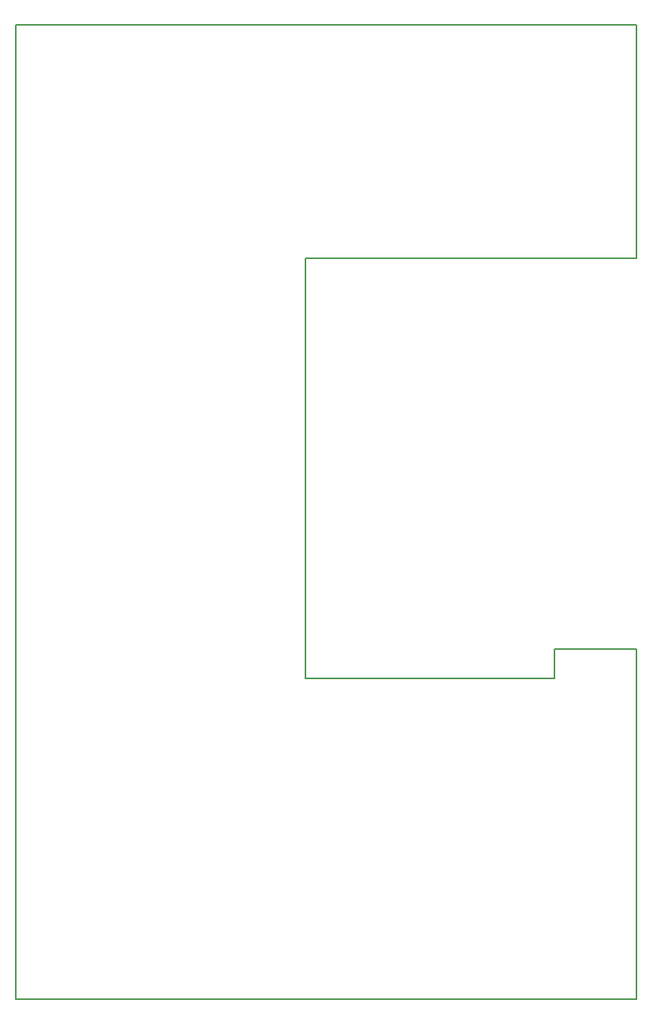
<source format=gbr>
G04 DipTrace 2.4.0.2*
%INBoardOutline.gbr*%
%MOIN*%
%ADD11C,0.0055*%
%FSLAX44Y44*%
G04*
G70*
G90*
G75*
G01*
%LNBoardOutline*%
%LPD*%
X3937Y3937D2*
D11*
Y47047D1*
X31437D1*
Y36744D1*
X16748D1*
Y18122D1*
X27789D1*
Y19429D1*
X31437D1*
Y3937D1*
X3937D1*
M02*

</source>
